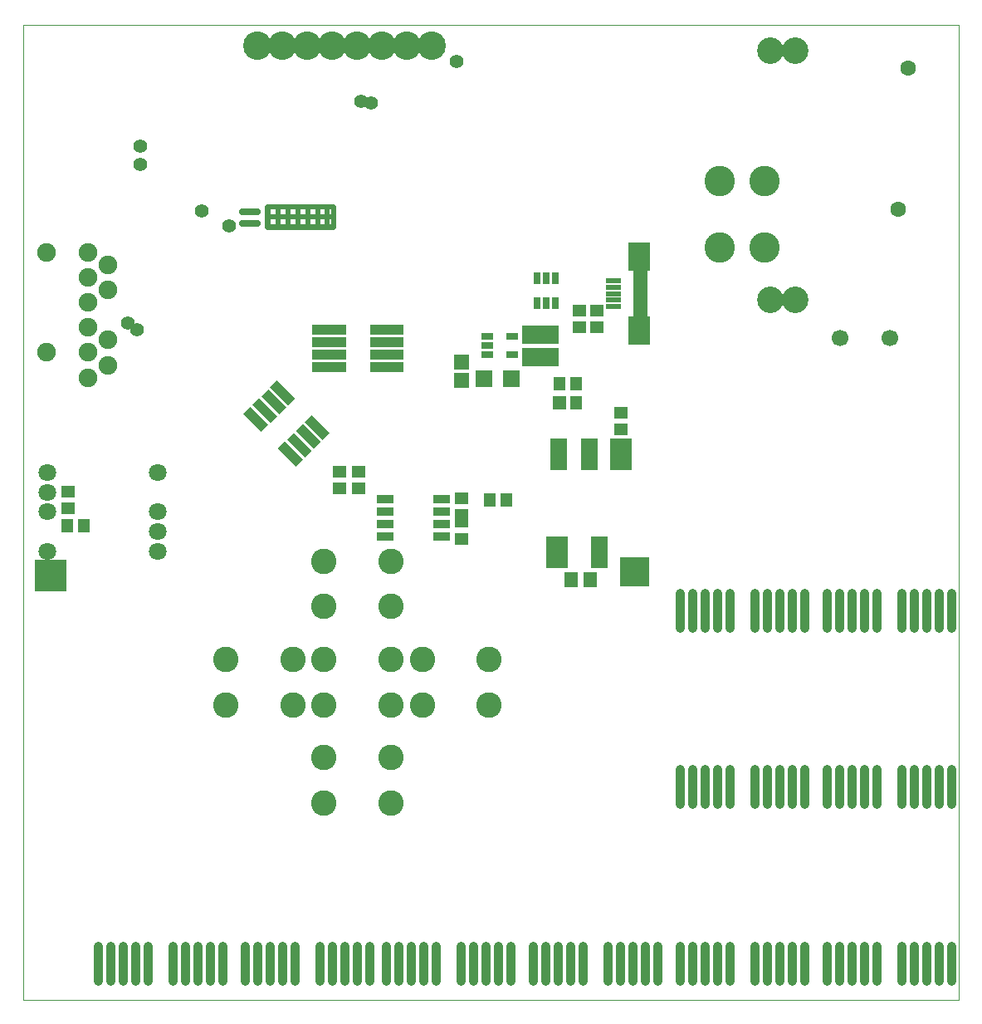
<source format=gbr>
%FSLAX34Y34*%
%MOMM*%
%LNSOLDERMASK_BOTTOM*%
G71*
G01*
%ADD10C, 0.002*%
%ADD11R, 1.190X0.800*%
%ADD12R, 3.700X1.900*%
%ADD13R, 1.800X1.800*%
%ADD14R, 1.600X1.500*%
%ADD15R, 1.800X0.870*%
%ADD16R, 1.400X1.300*%
%ADD17R, 1.300X1.400*%
%ADD18R, 1.550X0.600*%
%ADD19R, 2.200X2.950*%
%ADD20C, 1.450*%
%ADD21C, 0.700*%
%ADD22R, 2.600X1.000*%
%ADD23R, 3.500X1.000*%
%ADD24R, 2.500X1.000*%
%ADD25C, 0.950*%
%ADD26R, 0.800X1.190*%
%ADD27R, 1.700X3.200*%
%ADD28R, 2.200X3.200*%
%ADD29C, 0.500*%
%ADD30R, 1.400X1.500*%
%ADD31C, 1.400*%
%ADD32C, 1.900*%
%ADD33C, 1.800*%
%ADD34C, 2.900*%
%ADD35C, 2.600*%
%ADD36C, 3.100*%
%ADD37C, 1.700*%
%ADD38C, 2.700*%
%ADD39C, 1.600*%
%LPD*%
G54D10*
X0Y1000000D02*
X954000Y1000000D01*
X954000Y6000D01*
X0Y6000D01*
X0Y1000000D01*
X472846Y663380D02*
G54D11*
D03*
X472849Y672785D02*
G54D11*
D03*
X472846Y682380D02*
G54D11*
D03*
X498746Y682380D02*
G54D11*
D03*
X498746Y663380D02*
G54D11*
D03*
X526918Y660912D02*
G54D12*
D03*
X526918Y683912D02*
G54D12*
D03*
X497986Y638583D02*
G54D13*
D03*
X469986Y638583D02*
G54D13*
D03*
X447073Y637075D02*
G54D14*
D03*
X447075Y656080D02*
G54D14*
D03*
G36*
X608637Y427127D02*
X608637Y457127D01*
X638637Y457127D01*
X638637Y427127D01*
X608637Y427127D01*
G37*
X426303Y516423D02*
G54D15*
D03*
X426302Y503723D02*
G54D15*
D03*
X426303Y491022D02*
G54D15*
D03*
X426302Y478322D02*
G54D15*
D03*
X369303Y478322D02*
G54D15*
D03*
X369303Y491022D02*
G54D15*
D03*
X369303Y503722D02*
G54D15*
D03*
X369303Y516422D02*
G54D15*
D03*
X446771Y493007D02*
G54D16*
D03*
X446771Y476007D02*
G54D16*
D03*
X446771Y517151D02*
G54D16*
D03*
X446770Y500151D02*
G54D16*
D03*
X475890Y515700D02*
G54D17*
D03*
X492890Y515700D02*
G54D17*
D03*
G36*
X224528Y603374D02*
X231600Y610445D01*
X249983Y592059D01*
X242912Y584988D01*
X224528Y603374D01*
G37*
G36*
X233508Y612354D02*
X240580Y619425D01*
X258964Y601040D01*
X251892Y593969D01*
X233508Y612354D01*
G37*
G36*
X242489Y621335D02*
X249561Y628406D01*
X267943Y610019D01*
X260871Y602949D01*
X242489Y621335D01*
G37*
G36*
X251468Y630314D02*
X258539Y637385D01*
X276925Y619001D01*
X269854Y611930D01*
X251468Y630314D01*
G37*
G36*
X286824Y594959D02*
X293895Y602030D01*
X312280Y583645D01*
X305209Y576574D01*
X286824Y594959D01*
G37*
G36*
X277843Y585978D02*
X284914Y593049D01*
X303300Y574666D01*
X296229Y567594D01*
X277843Y585978D01*
G37*
G36*
X268863Y576998D02*
X275934Y584069D01*
X294320Y565685D01*
X287249Y558614D01*
X268863Y576998D01*
G37*
G36*
X259883Y568018D02*
X266955Y575089D01*
X285339Y556704D01*
X278268Y549633D01*
X259883Y568018D01*
G37*
X44673Y489012D02*
G54D17*
D03*
X61675Y489008D02*
G54D17*
D03*
X601986Y738588D02*
G54D18*
D03*
X601986Y732088D02*
G54D18*
D03*
X601986Y725588D02*
G54D18*
D03*
X601986Y719088D02*
G54D18*
D03*
X601986Y712588D02*
G54D18*
D03*
X628339Y688088D02*
G54D19*
D03*
X628339Y763088D02*
G54D19*
D03*
G54D20*
X628736Y763088D02*
X628736Y688088D01*
X584909Y691572D02*
G54D16*
D03*
X584909Y708572D02*
G54D16*
D03*
X567050Y691572D02*
G54D16*
D03*
X567050Y708572D02*
G54D16*
D03*
G54D21*
X238627Y797707D02*
X223655Y797706D01*
G54D21*
X238631Y808816D02*
X223659Y808816D01*
X45240Y524071D02*
G54D16*
D03*
X45237Y507069D02*
G54D16*
D03*
X366218Y688888D02*
G54D22*
D03*
X366218Y676188D02*
G54D22*
D03*
X366218Y663488D02*
G54D22*
D03*
X366218Y650788D02*
G54D22*
D03*
X316218Y650788D02*
G54D22*
D03*
X316218Y663488D02*
G54D22*
D03*
X316218Y676188D02*
G54D22*
D03*
X316218Y688888D02*
G54D22*
D03*
X322093Y527484D02*
G54D16*
D03*
X322096Y544486D02*
G54D16*
D03*
X342093Y527484D02*
G54D16*
D03*
X342096Y544486D02*
G54D16*
D03*
G36*
X540144Y621624D02*
X553144Y621624D01*
X553144Y607624D01*
X540144Y607624D01*
X540144Y621624D01*
G37*
X563644Y614624D02*
G54D17*
D03*
X370980Y688888D02*
G54D23*
D03*
X316218Y688888D02*
G54D24*
D03*
X370980Y676188D02*
G54D23*
D03*
X370980Y663488D02*
G54D23*
D03*
X370980Y650788D02*
G54D23*
D03*
X311455Y650788D02*
G54D23*
D03*
X311455Y663488D02*
G54D23*
D03*
X311455Y676188D02*
G54D23*
D03*
X311456Y688888D02*
G54D23*
D03*
G54D25*
X484042Y60667D02*
X484042Y25267D01*
G54D25*
X471242Y60667D02*
X471242Y25267D01*
G54D25*
X458542Y60667D02*
X458542Y25267D01*
G54D25*
X445942Y60667D02*
X445942Y25267D01*
G54D25*
X420442Y60667D02*
X420442Y25267D01*
G54D25*
X496642Y60667D02*
X496642Y25267D01*
G54D25*
X407742Y60667D02*
X407742Y25267D01*
G54D25*
X395142Y60667D02*
X395142Y25267D01*
G54D25*
X382342Y60667D02*
X382342Y25267D01*
G54D25*
X369642Y60667D02*
X369642Y25267D01*
G54D25*
X634043Y60667D02*
X634042Y25267D01*
G54D25*
X621242Y60667D02*
X621242Y25267D01*
G54D25*
X608542Y60667D02*
X608542Y25267D01*
G54D25*
X595942Y60667D02*
X595942Y25267D01*
G54D25*
X570442Y60667D02*
X570442Y25267D01*
G54D25*
X646642Y60667D02*
X646642Y25267D01*
G54D25*
X557742Y60667D02*
X557742Y25267D01*
G54D25*
X545142Y60667D02*
X545142Y25267D01*
G54D25*
X532342Y60667D02*
X532342Y25267D01*
G54D25*
X519642Y60667D02*
X519642Y25267D01*
G54D25*
X784042Y60667D02*
X784042Y25267D01*
G54D25*
X771242Y60667D02*
X771242Y25267D01*
G54D25*
X758542Y60667D02*
X758542Y25267D01*
G54D25*
X745942Y60667D02*
X745942Y25267D01*
G54D25*
X720442Y60667D02*
X720442Y25267D01*
G54D25*
X796642Y60667D02*
X796642Y25267D01*
G54D25*
X707742Y60667D02*
X707742Y25267D01*
G54D25*
X695142Y60667D02*
X695142Y25267D01*
G54D25*
X682342Y60667D02*
X682342Y25267D01*
G54D25*
X669642Y60667D02*
X669642Y25267D01*
G54D25*
X934043Y60667D02*
X934043Y25267D01*
G54D25*
X921243Y60667D02*
X921243Y25267D01*
G54D25*
X908543Y60667D02*
X908543Y25267D01*
G54D25*
X895943Y60667D02*
X895943Y25267D01*
G54D25*
X870443Y60667D02*
X870443Y25267D01*
G54D25*
X946643Y60667D02*
X946643Y25267D01*
G54D25*
X857743Y60667D02*
X857743Y25267D01*
G54D25*
X845143Y60667D02*
X845143Y25267D01*
G54D25*
X832343Y60667D02*
X832343Y25267D01*
G54D25*
X819643Y60667D02*
X819643Y25267D01*
G54D25*
X934043Y240667D02*
X934042Y205267D01*
G54D25*
X921242Y240667D02*
X921242Y205267D01*
G54D25*
X908542Y240667D02*
X908542Y205267D01*
G54D25*
X895942Y240667D02*
X895942Y205267D01*
G54D25*
X870442Y240667D02*
X870442Y205267D01*
G54D25*
X946642Y240667D02*
X946642Y205267D01*
G54D25*
X857742Y240667D02*
X857742Y205267D01*
G54D25*
X845142Y240667D02*
X845142Y205267D01*
G54D25*
X832342Y240667D02*
X832342Y205267D01*
G54D25*
X819642Y240667D02*
X819642Y205267D01*
G54D25*
X784043Y240667D02*
X784042Y205267D01*
G54D25*
X771242Y240667D02*
X771242Y205267D01*
G54D25*
X758542Y240667D02*
X758542Y205267D01*
G54D25*
X745942Y240667D02*
X745942Y205267D01*
G54D25*
X720442Y240667D02*
X720442Y205267D01*
G54D25*
X796642Y240667D02*
X796642Y205267D01*
G54D25*
X707742Y240667D02*
X707742Y205267D01*
G54D25*
X695142Y240667D02*
X695142Y205267D01*
G54D25*
X682342Y240667D02*
X682342Y205267D01*
G54D25*
X669642Y240667D02*
X669642Y205267D01*
G54D25*
X784043Y420667D02*
X784042Y385267D01*
G54D25*
X771242Y420667D02*
X771242Y385267D01*
G54D25*
X758542Y420667D02*
X758542Y385267D01*
G54D25*
X745942Y420667D02*
X745942Y385267D01*
G54D25*
X720442Y420667D02*
X720442Y385267D01*
G54D25*
X796642Y420667D02*
X796642Y385267D01*
G54D25*
X707742Y420667D02*
X707742Y385267D01*
G54D25*
X695142Y420667D02*
X695142Y385267D01*
G54D25*
X682342Y420667D02*
X682342Y385267D01*
G54D25*
X669642Y420667D02*
X669642Y385267D01*
G54D25*
X340393Y60667D02*
X340392Y25267D01*
G54D25*
X327592Y60667D02*
X327592Y25267D01*
G54D25*
X314892Y60667D02*
X314892Y25267D01*
G54D25*
X302292Y60667D02*
X302292Y25267D01*
G54D25*
X276792Y60667D02*
X276792Y25267D01*
G54D25*
X352992Y60667D02*
X352992Y25267D01*
G54D25*
X264092Y60667D02*
X264092Y25267D01*
G54D25*
X251492Y60667D02*
X251492Y25267D01*
G54D25*
X238692Y60667D02*
X238692Y25267D01*
G54D25*
X225992Y60667D02*
X225992Y25267D01*
G54D25*
X190393Y60667D02*
X190392Y25267D01*
G54D25*
X177592Y60667D02*
X177592Y25267D01*
G54D25*
X164892Y60667D02*
X164892Y25267D01*
G54D25*
X152292Y60667D02*
X152292Y25267D01*
G54D25*
X126792Y60667D02*
X126792Y25267D01*
G54D25*
X202992Y60667D02*
X202992Y25267D01*
G54D25*
X114092Y60667D02*
X114092Y25267D01*
G54D25*
X101492Y60667D02*
X101492Y25267D01*
G54D25*
X88692Y60667D02*
X88692Y25267D01*
G54D25*
X75992Y60667D02*
X75992Y25267D01*
X542952Y741666D02*
G54D26*
D03*
X533547Y741664D02*
G54D26*
D03*
X523952Y741666D02*
G54D26*
D03*
X523952Y715767D02*
G54D26*
D03*
X542952Y715766D02*
G54D26*
D03*
X533548Y715764D02*
G54D26*
D03*
X587561Y461688D02*
G54D27*
D03*
X544355Y461688D02*
G54D28*
D03*
X609561Y561688D02*
G54D28*
D03*
X577561Y561688D02*
G54D27*
D03*
X545545Y561688D02*
G54D27*
D03*
X609561Y587088D02*
G54D16*
D03*
X609561Y604088D02*
G54D16*
D03*
X546644Y633674D02*
G54D17*
D03*
X563644Y633674D02*
G54D17*
D03*
G54D29*
X250000Y792689D02*
X250000Y813833D01*
X260000Y792689D02*
X260000Y813833D01*
X270000Y792689D02*
X270000Y813833D01*
X280000Y792689D02*
X280000Y813833D01*
X290000Y792689D02*
X290000Y813833D01*
X300000Y792689D02*
X300000Y813833D01*
X310000Y792689D02*
X310000Y813833D01*
X248804Y794000D02*
X316197Y794000D01*
X248806Y804000D02*
X316199Y804000D01*
G54D29*
X248808Y813833D02*
X248804Y792689D01*
X316197Y792689D01*
X316201Y813833D01*
X248808Y813833D01*
X558512Y434257D02*
G54D30*
D03*
X578354Y434414D02*
G54D30*
D03*
X344285Y921801D02*
G54D31*
D03*
X209697Y794528D02*
G54D31*
D03*
X181776Y810353D02*
G54D31*
D03*
X354554Y919673D02*
G54D31*
D03*
G54D25*
X934043Y420667D02*
X934042Y385267D01*
G54D25*
X921242Y420667D02*
X921242Y385267D01*
G54D25*
X908542Y420667D02*
X908542Y385267D01*
G54D25*
X895942Y420667D02*
X895942Y385267D01*
G54D25*
X870442Y420667D02*
X870442Y385267D01*
G54D25*
X946642Y420667D02*
X946642Y385267D01*
G54D25*
X857742Y420667D02*
X857742Y385267D01*
G54D25*
X845142Y420667D02*
X845142Y385267D01*
G54D25*
X832342Y420667D02*
X832342Y385267D01*
G54D25*
X819642Y420667D02*
X819642Y385267D01*
X23806Y767680D02*
G54D32*
D03*
X23806Y665680D02*
G54D32*
D03*
X66082Y767680D02*
G54D32*
D03*
X66081Y742180D02*
G54D32*
D03*
X66081Y691180D02*
G54D32*
D03*
X66081Y665680D02*
G54D32*
D03*
X66081Y640181D02*
G54D32*
D03*
X86082Y754930D02*
G54D32*
D03*
X86082Y729430D02*
G54D32*
D03*
X86081Y652930D02*
G54D32*
D03*
X86081Y678430D02*
G54D32*
D03*
X66079Y716680D02*
G54D32*
D03*
G36*
X43944Y422006D02*
X11944Y422006D01*
X11944Y454006D01*
X43944Y454006D01*
X43944Y422006D01*
G37*
X137290Y543125D02*
G54D33*
D03*
X137290Y503125D02*
G54D33*
D03*
X137290Y483125D02*
G54D33*
D03*
X137290Y463125D02*
G54D33*
D03*
X24453Y543124D02*
G54D33*
D03*
X24453Y523124D02*
G54D33*
D03*
X24453Y503124D02*
G54D33*
D03*
X24453Y463124D02*
G54D33*
D03*
X238572Y978303D02*
G54D34*
D03*
X263972Y978303D02*
G54D34*
D03*
X289372Y978303D02*
G54D34*
D03*
X314772Y978303D02*
G54D34*
D03*
X340172Y978303D02*
G54D34*
D03*
X365572Y978303D02*
G54D34*
D03*
X390972Y978303D02*
G54D34*
D03*
X416372Y978303D02*
G54D34*
D03*
X441472Y962406D02*
G54D31*
D03*
X306678Y352584D02*
G54D35*
D03*
X374678Y352584D02*
G54D35*
D03*
X374678Y306584D02*
G54D35*
D03*
X306678Y306584D02*
G54D35*
D03*
X306678Y252584D02*
G54D35*
D03*
X374678Y252584D02*
G54D35*
D03*
X374678Y206584D02*
G54D35*
D03*
X306678Y206584D02*
G54D35*
D03*
X406678Y352584D02*
G54D35*
D03*
X474678Y352584D02*
G54D35*
D03*
X474678Y306584D02*
G54D35*
D03*
X406678Y306584D02*
G54D35*
D03*
X206678Y352584D02*
G54D35*
D03*
X274678Y352584D02*
G54D35*
D03*
X274678Y306584D02*
G54D35*
D03*
X206678Y306584D02*
G54D35*
D03*
X306678Y452584D02*
G54D35*
D03*
X374678Y452584D02*
G54D35*
D03*
X374678Y406584D02*
G54D35*
D03*
X306678Y406584D02*
G54D35*
D03*
X118812Y876442D02*
G54D31*
D03*
X118812Y857392D02*
G54D31*
D03*
X106112Y695468D02*
G54D31*
D03*
X115638Y689118D02*
G54D31*
D03*
X709884Y772781D02*
G54D36*
D03*
X709884Y840781D02*
G54D36*
D03*
X755884Y840781D02*
G54D36*
D03*
X755884Y772781D02*
G54D36*
D03*
X832685Y680459D02*
G54D37*
D03*
X883486Y680459D02*
G54D37*
D03*
X761576Y719516D02*
G54D38*
D03*
X786976Y719515D02*
G54D38*
D03*
X761576Y973515D02*
G54D38*
D03*
X786976Y973515D02*
G54D38*
D03*
X891866Y811931D02*
G54D39*
D03*
X902767Y955342D02*
G54D39*
D03*
M02*

</source>
